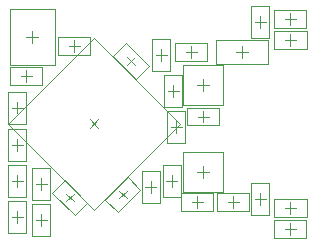
<source format=gbr>
%TF.GenerationSoftware,Altium Limited,Altium Designer,19.0.15 (446)*%
G04 Layer_Color=32768*
%FSLAX45Y45*%
%MOMM*%
%TF.FileFunction,Other,Mechanical_15*%
%TF.Part,Single*%
G01*
G75*
%TA.AperFunction,NonConductor*%
%ADD45C,0.10000*%
%ADD66C,0.05000*%
D45*
X11661900Y6934200D02*
X11756900D01*
X11709400Y6886700D02*
Y6981700D01*
X9398000Y6313700D02*
Y6408700D01*
X9350500Y6361200D02*
X9445500D01*
X9398000Y5692900D02*
Y5787900D01*
X9350500Y5740400D02*
X9445500D01*
X9426700Y6629400D02*
X9521700D01*
X9474200Y6581900D02*
Y6676900D01*
X9601200Y5362700D02*
Y5457700D01*
X9553700Y5410200D02*
X9648700D01*
X11455400Y5540500D02*
Y5635500D01*
X11407900Y5588000D02*
X11502900D01*
X10874500Y5562600D02*
X10969500D01*
X10922000Y5515100D02*
Y5610100D01*
X10972800Y5766600D02*
Y5866600D01*
X10922800Y5816600D02*
X11022800D01*
X11455400Y7039100D02*
Y7134100D01*
X11407900Y7086600D02*
X11502900D01*
X10706100Y5692900D02*
Y5787900D01*
X10658600Y5740400D02*
X10753600D01*
X11661900Y7112000D02*
X11756900D01*
X11709400Y7064500D02*
Y7159500D01*
X11661900Y5334000D02*
X11756900D01*
X11709400Y5286500D02*
Y5381500D01*
Y5464300D02*
Y5559300D01*
X11661900Y5511800D02*
X11756900D01*
X11179300Y5562600D02*
X11274300D01*
X11226800Y5515100D02*
Y5610100D01*
X10744200Y6150500D02*
Y6245500D01*
X10696700Y6198000D02*
X10791700D01*
X10327705Y6789987D02*
X10394880Y6722813D01*
X10327705D02*
X10394880Y6789988D01*
X10972800Y6503200D02*
Y6603200D01*
X10922800Y6553200D02*
X11022800D01*
X10718800Y6454900D02*
Y6549900D01*
X10671300Y6502400D02*
X10766300D01*
X10256995Y5592512D02*
X10324170Y5659688D01*
X10256995Y5659687D02*
X10324170Y5592512D01*
X9808912Y5634288D02*
X9876088Y5567112D01*
X9808912D02*
X9876087Y5634287D01*
X11303000Y6782600D02*
Y6882600D01*
X11253000Y6832600D02*
X11353000D01*
X10925300Y6286500D02*
X11020300D01*
X10972800Y6239000D02*
Y6334000D01*
X10823700Y6832600D02*
X10918700D01*
X10871200Y6785100D02*
Y6880100D01*
X9833100Y6883400D02*
X9928100D01*
X9880600Y6835900D02*
Y6930900D01*
X9398000Y5997700D02*
Y6092700D01*
X9350500Y6045200D02*
X9445500D01*
X9398000Y5388100D02*
Y5483100D01*
X9350500Y5435600D02*
X9445500D01*
X10617200Y6759700D02*
Y6854700D01*
X10569700Y6807200D02*
X10664700D01*
X10528300Y5642100D02*
Y5737100D01*
X10480800Y5689600D02*
X10575800D01*
X9601200Y5667500D02*
Y5762500D01*
X9553700Y5715000D02*
X9648700D01*
X9475000Y6959600D02*
X9575000D01*
X9525000Y6909600D02*
Y7009600D01*
X10011275Y6191505D02*
X10081986Y6262216D01*
X10011275D02*
X10081986Y6191505D01*
D66*
X11569700Y6859200D02*
Y7009200D01*
X11849100Y6859200D02*
Y7009200D01*
X11569700D02*
X11849100D01*
X11569700Y6859200D02*
X11849100D01*
X9323000Y6226200D02*
X9473000D01*
X9323000Y6496200D02*
X9473000D01*
X9323000Y6226200D02*
Y6496200D01*
X9473000Y6226200D02*
Y6496200D01*
X9323000Y5605400D02*
X9473000D01*
X9323000Y5875400D02*
X9473000D01*
X9323000Y5605400D02*
Y5875400D01*
X9473000Y5605400D02*
Y5875400D01*
X9339200Y6554400D02*
Y6704400D01*
X9609200Y6554400D02*
Y6704400D01*
X9339200D02*
X9609200D01*
X9339200Y6554400D02*
X9609200D01*
X9526200Y5275200D02*
X9676200D01*
X9526200Y5545200D02*
X9676200D01*
X9526200Y5275200D02*
Y5545200D01*
X9676200Y5275200D02*
Y5545200D01*
X11380400Y5723000D02*
X11530400D01*
X11380400Y5453000D02*
X11530400D01*
Y5723000D01*
X11380400Y5453000D02*
Y5723000D01*
X11057000Y5487600D02*
Y5637600D01*
X10787000Y5487600D02*
Y5637600D01*
Y5487600D02*
X11057000D01*
X10787000Y5637600D02*
X11057000D01*
X10802800Y5986600D02*
X11142800D01*
X10802800Y5646600D02*
X11142800D01*
Y5986600D01*
X10802800Y5646600D02*
Y5986600D01*
X11380400Y7221600D02*
X11530400D01*
X11380400Y6951600D02*
X11530400D01*
Y7221600D01*
X11380400Y6951600D02*
Y7221600D01*
X10631100Y5605400D02*
X10781100D01*
X10631100Y5875400D02*
X10781100D01*
X10631100Y5605400D02*
Y5875400D01*
X10781100Y5605400D02*
Y5875400D01*
X11574400Y7037000D02*
Y7187000D01*
X11844400Y7037000D02*
Y7187000D01*
X11574400D02*
X11844400D01*
X11574400Y7037000D02*
X11844400D01*
X11844400Y5259000D02*
Y5409000D01*
X11574400Y5259000D02*
Y5409000D01*
Y5259000D02*
X11844400D01*
X11574400Y5409000D02*
X11844400D01*
X11569700Y5436800D02*
X11849100D01*
X11569700Y5586800D02*
X11849100D01*
Y5436800D02*
Y5586800D01*
X11569700Y5436800D02*
Y5586800D01*
X11361800Y5487600D02*
Y5637600D01*
X11091800Y5487600D02*
Y5637600D01*
Y5487600D02*
X11361800D01*
X11091800Y5637600D02*
X11361800D01*
X10669200Y6063000D02*
X10819200D01*
X10669200Y6333000D02*
X10819200D01*
X10669200Y6063000D02*
Y6333000D01*
X10819200Y6063000D02*
Y6333000D01*
X10403719Y6607908D02*
X10509785Y6713974D01*
X10212801Y6798826D02*
X10318866Y6904892D01*
X10212801Y6798826D02*
X10403719Y6607908D01*
X10318866Y6904892D02*
X10509785Y6713974D01*
X10802800Y6383200D02*
X11142800D01*
X10802800Y6723200D02*
X11142800D01*
X10802800Y6383200D02*
Y6723200D01*
X11142800Y6383200D02*
Y6723200D01*
X10643800Y6637400D02*
X10793800D01*
X10643800Y6367400D02*
X10793800D01*
Y6637400D01*
X10643800Y6367400D02*
Y6637400D01*
X10142090Y5583674D02*
X10248156Y5477608D01*
X10333009Y5774592D02*
X10439075Y5668526D01*
X10142090Y5583674D02*
X10333009Y5774592D01*
X10248156Y5477608D02*
X10439075Y5668526D01*
X9694008Y5643126D02*
X9800074Y5749192D01*
X9884926Y5452208D02*
X9990992Y5558274D01*
X9800074Y5749192D02*
X9990992Y5558274D01*
X9694008Y5643126D02*
X9884926Y5452208D01*
X11083000Y6932600D02*
X11523000D01*
X11083000Y6732600D02*
X11523000D01*
X11083000D02*
Y6932600D01*
X11523000Y6732600D02*
Y6932600D01*
X10837800Y6211500D02*
Y6361500D01*
X11107800Y6211500D02*
Y6361500D01*
X10837800D02*
X11107800D01*
X10837800Y6211500D02*
X11107800D01*
X10736200Y6757600D02*
Y6907600D01*
X11006200Y6757600D02*
Y6907600D01*
X10736200D02*
X11006200D01*
X10736200Y6757600D02*
X11006200D01*
X10015600Y6808400D02*
Y6958400D01*
X9745600Y6808400D02*
Y6958400D01*
Y6808400D02*
X10015600D01*
X9745600Y6958400D02*
X10015600D01*
X9323000Y5910200D02*
X9473000D01*
X9323000Y6180200D02*
X9473000D01*
X9323000Y5910200D02*
Y6180200D01*
X9473000Y5910200D02*
Y6180200D01*
X9323000Y5300600D02*
X9473000D01*
X9323000Y5570600D02*
X9473000D01*
X9323000Y5300600D02*
Y5570600D01*
X9473000Y5300600D02*
Y5570600D01*
X10542200Y6942200D02*
X10692200D01*
X10542200Y6672200D02*
X10692200D01*
Y6942200D01*
X10542200Y6672200D02*
Y6942200D01*
X10453300Y5554600D02*
X10603300D01*
X10453300Y5824600D02*
X10603300D01*
X10453300Y5554600D02*
Y5824600D01*
X10603300Y5554600D02*
Y5824600D01*
X9526200Y5580000D02*
X9676200D01*
X9526200Y5850000D02*
X9676200D01*
X9526200Y5580000D02*
Y5850000D01*
X9676200Y5580000D02*
Y5850000D01*
X9335000Y6719600D02*
Y7199600D01*
X9715000Y6719600D02*
Y7199600D01*
X9335000Y6719600D02*
X9715000D01*
X9335000Y7199600D02*
X9715000D01*
X9318311Y6226861D02*
X10046630Y5498541D01*
Y6955181D02*
X10774950Y6226861D01*
X10046630Y5498541D02*
X10774950Y6226861D01*
X9318311D02*
X10046630Y6955181D01*
%TF.MD5,d3bc8a4866a28efbe1d70bd5b3d4c90f*%
M02*

</source>
